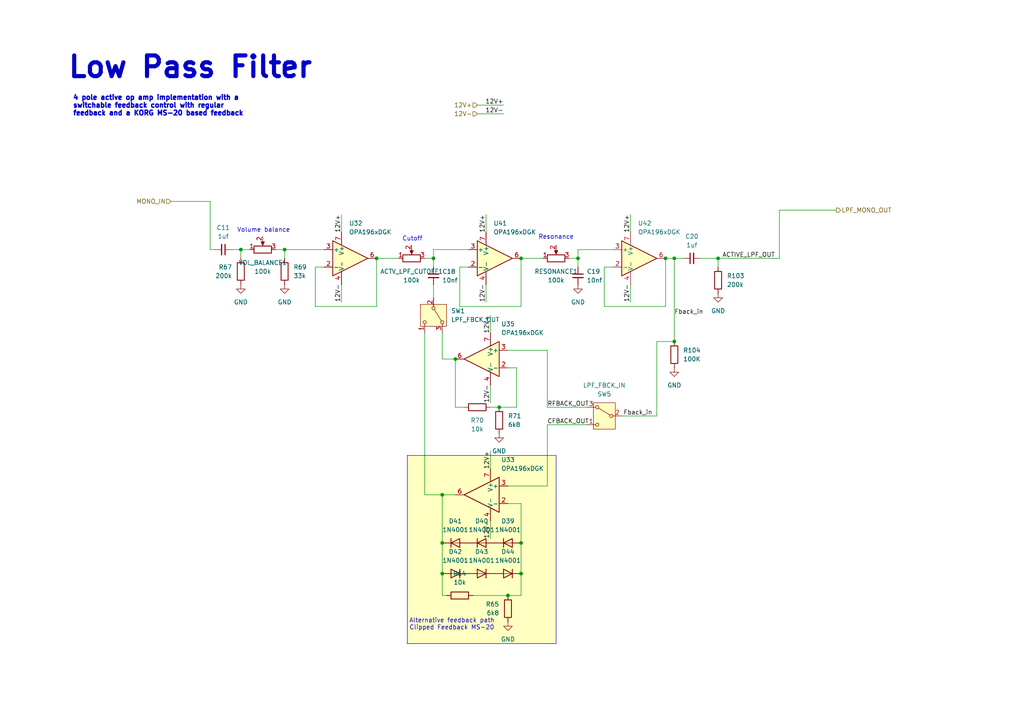
<source format=kicad_sch>
(kicad_sch (version 20250114) (generator "eeschema") (generator_version "9.0")
  (paper "A4")
  (title_block (date "2025-07-21") (rev "2"))
  (lib_symbols
    (symbol "Amplifier_Operational:OPA196xDGK" (pin_names (offset 0.127))
      (property "Reference" "U" (at 0 5.08 0))
      (property "Value" "OPA196xDGK" (at 0 -5.08 0))
      (symbol "OPA196xDGK_0_1"
        (polyline (pts (xy -5.08 5.08) (xy 5.08 0) (xy -5.08 -5.08) (xy -5.08 5.08)) (stroke (width 0.254)) (fill (type background)))
        (pin power_in line (at -2.54 7.62 270) (length 3.81) (name "V+") (number "7"))
        (pin power_in line (at -2.54 -7.62 90) (length 3.81) (name "V-") (number "4"))
        (pin no_connect line (at 0 2.54 270) (length 2.54) (hide yes) (name "NC") (number "5"))
        (pin no_connect line (at 0 -2.54 90) (length 2.54) (hide yes) (name "NC") (number "8"))
        (pin no_connect line (at 2.54 0 270) (length 2.54) (hide yes) (name "NC") (number "1"))
      )
      (symbol "OPA196xDGK_1_1"
        (pin input line (at -7.62 2.54 0) (length 2.54) (name "+") (number "3"))
        (pin input line (at -7.62 -2.54 0) (length 2.54) (name "-") (number "2"))
        (pin output line (at 7.62 0 180) (length 2.54) (name "~") (number "6"))
      )
    )
    (symbol "Device:C_Small" (pin_numbers (hide yes)) (pin_names (offset 0.254) (hide yes))
      (property "Reference" "C" (at 0.254 1.778 0))
      (property "Value" "C_Small" (at 0.254 -2.032 0))
      (symbol "C_Small_0_1"
        (polyline (pts (xy -1.524 0.508) (xy 1.524 0.508)) (stroke (width 0.3048)))
        (polyline (pts (xy -1.524 -0.508) (xy 1.524 -0.508)) (stroke (width 0.3302)))
      )
      (symbol "C_Small_1_1"
        (pin passive line (at 0 2.54 270) (length 2.032) (name "~") (number "1"))
        (pin passive line (at 0 -2.54 90) (length 2.032) (name "~") (number "2"))
      )
    )
    (symbol "Device:R" (pin_numbers (hide yes)) (pin_names (offset 0))
      (property "Reference" "R" (at 2.032 0 90))
      (property "Value" "R" (at 0 0 90))
      (symbol "R_0_1"
        (rectangle (start -1.016 -2.54) (end 1.016 2.54) (stroke (width 0.254)))
      )
      (symbol "R_1_1"
        (pin passive line (at 0 3.81 270) (length 1.27) (name "~") (number "1"))
        (pin passive line (at 0 -3.81 90) (length 1.27) (name "~") (number "2"))
      )
    )
    (symbol "Device:R_Potentiometer" (pin_names (offset 1.016) (hide yes))
      (property "Reference" "RV" (at -4.445 0 90))
      (property "Value" "R_Potentiometer" (at -2.54 0 90))
      (symbol "R_Potentiometer_0_1"
        (rectangle (start 1.016 2.54) (end -1.016 -2.54) (stroke (width 0.254)))
        (polyline (pts (xy 1.143 0) (xy 2.286 0.508) (xy 2.286 -0.508) (xy 1.143 0)) (fill (type outline)))
        (polyline (pts (xy 2.54 0) (xy 1.524 0)))
      )
      (symbol "R_Potentiometer_1_1"
        (pin passive line (at 0 3.81 270) (length 1.27) (name "1") (number "1"))
        (pin passive line (at 0 -3.81 90) (length 1.27) (name "3") (number "3"))
        (pin passive line (at 3.81 0 180) (length 1.27) (name "2") (number "2"))
      )
    )
    (symbol "Diode:1N4001" (pin_numbers (hide yes)) (pin_names (hide yes))
      (property "Reference" "D" (at 0 2.54 0))
      (property "Value" "1N4001" (at 0 -2.54 0))
      (symbol "1N4001_0_1"
        (polyline (pts (xy -1.27 1.27) (xy -1.27 -1.27)) (stroke (width 0.254)))
        (polyline (pts (xy 1.27 1.27) (xy 1.27 -1.27) (xy -1.27 0) (xy 1.27 1.27)) (stroke (width 0.254)))
        (polyline (pts (xy 1.27 0) (xy -1.27 0)))
      )
      (symbol "1N4001_1_1"
        (pin passive line (at -3.81 0 0) (length 2.54) (name "K") (number "1"))
        (pin passive line (at 3.81 0 180) (length 2.54) (name "A") (number "2"))
      )
    )
    (symbol "Switch:SW_Nidec_CAS-120A1" (pin_names (offset 1) (hide yes))
      (property "Reference" "SW" (at 0 4.318 0))
      (property "Value" "SW_Nidec_CAS-120A1" (at 0 -5.08 0))
      (symbol "SW_Nidec_CAS-120A1_0_1"
        (circle (center -2.032 0) (radius 0.4572))
        (polyline (pts (xy -1.651 0.254) (xy 1.651 2.286)))
        (circle (center 2.032 2.54) (radius 0.4572))
        (circle (center 2.032 -2.54) (radius 0.4572))
      )
      (symbol "SW_Nidec_CAS-120A1_1_1"
        (rectangle (start -3.175 3.81) (end 3.175 -3.81) (fill (type background)))
        (pin passive line (at -5.08 0 0) (length 2.54) (name "B") (number "2"))
        (pin passive line (at 5.08 2.54 180) (length 2.54) (name "A") (number "3"))
        (pin passive line (at 5.08 -2.54 180) (length 2.54) (name "C") (number "1"))
      )
    )
    (symbol "power:GND" (power) (pin_numbers (hide yes)) (pin_names (offset 0) (hide yes))
      (property "Value" "GND" (at 0 -3.81 0))
      (symbol "GND_0_1"
        (polyline (pts (xy 0 0) (xy 0 -1.27) (xy 1.27 -1.27) (xy 0 -2.54) (xy -1.27 -1.27) (xy 0 -1.27)))
      )
      (symbol "GND_1_1"
        (pin power_in line (at 0 0 270) (length 0) (name "~") (number "1"))
      )
    )
  )
  (rectangle (start 118.11 132.08) (end 161.29 186.69) (fill (type color) (color 255 255 194 1)))
  (text "Cutoff" (at 119.634 69.342 0) (effects (font (size 1.27 1.27))))
  (text "Resonance" (at 161.29 68.834 0) (effects (font (size 1.27 1.27))))
  (text "Volume balance" (at 76.454 66.802 0) (effects (font (size 1.27 1.27))))
  (text "Low Pass Filter" (at 19.304 23.114 0) (effects (font (size 5.9944 5.9944) (thickness 1.1989) (bold yes)) (justify left bottom)))
  (text "4 pole active op amp implementation with a\nswitchable feedback control with regular\nfeedback and a KORG MS-20 based feedback" (at 21.082 33.782 0) (effects (font (size 1.397 1.397) (thickness 1.1989) (bold yes)) (justify left bottom)))
  (text "Alternative feedback path\nClipped Feedback MS-20" (at 131.064 181.102 0) (effects (font (size 1.27 1.27))))
  (junction (at 167.64 74.93))
  (junction (at 195.58 74.93))
  (junction (at 147.32 172.72))
  (junction (at 208.28 74.93))
  (junction (at 69.85 72.39))
  (junction (at 125.73 74.93))
  (junction (at 195.58 99.06))
  (junction (at 144.78 118.11))
  (junction (at 151.13 157.48))
  (junction (at 82.55 72.39))
  (junction (at 109.22 74.93))
  (junction (at 151.13 74.93))
  (junction (at 128.27 157.48))
  (junction (at 128.27 143.51))
  (junction (at 128.27 166.37))
  (junction (at 151.13 166.37))
  (junction (at 132.08 104.14))
  (junction (at 193.04 74.93))
  (wire (pts (xy 133.35 88.9) (xy 151.13 88.9)))
  (wire (pts (xy 144.78 118.11) (xy 142.24 118.11)))
  (wire (pts (xy 170.18 118.11) (xy 158.75 118.11)))
  (wire (pts (xy 146.05 30.48) (xy 138.43 30.48)))
  (wire (pts (xy 123.19 143.51) (xy 128.27 143.51)))
  (wire (pts (xy 177.8 72.39) (xy 167.64 72.39)))
  (wire (pts (xy 151.13 172.72) (xy 147.32 172.72)))
  (wire (pts (xy 175.26 77.47) (xy 175.26 88.9)))
  (wire (pts (xy 142.24 91.44) (xy 142.24 96.52)))
  (wire (pts (xy 151.13 146.05) (xy 151.13 157.48)))
  (wire (pts (xy 99.06 87.63) (xy 99.06 82.55)))
  (wire (pts (xy 128.27 143.51) (xy 128.27 157.48)))
  (wire (pts (xy 82.55 72.39) (xy 82.55 74.93)))
  (wire (pts (xy 129.54 172.72) (xy 128.27 172.72)))
  (wire (pts (xy 128.27 143.51) (xy 132.08 143.51)))
  (wire (pts (xy 128.27 172.72) (xy 128.27 166.37)))
  (wire (pts (xy 142.24 116.84) (xy 142.24 111.76)))
  (wire (pts (xy 128.27 104.14) (xy 132.08 104.14)))
  (wire (pts (xy 82.55 72.39) (xy 93.98 72.39)))
  (wire (pts (xy 60.96 58.42) (xy 60.96 72.39)))
  (wire (pts (xy 69.85 72.39) (xy 72.39 72.39)))
  (wire (pts (xy 93.98 77.47) (xy 91.44 77.47)))
  (wire (pts (xy 158.75 123.19) (xy 158.75 140.97)))
  (wire (pts (xy 151.13 88.9) (xy 151.13 74.93)))
  (wire (pts (xy 193.04 88.9) (xy 193.04 74.93)))
  (wire (pts (xy 147.32 172.72) (xy 137.16 172.72)))
  (wire (pts (xy 91.44 77.47) (xy 91.44 88.9)))
  (wire (pts (xy 226.06 60.96) (xy 242.57 60.96)))
  (wire (pts (xy 142.24 156.21) (xy 142.24 151.13)))
  (wire (pts (xy 125.73 77.47) (xy 125.73 74.93)))
  (wire (pts (xy 151.13 74.93) (xy 157.48 74.93)))
  (wire (pts (xy 69.85 74.93) (xy 69.85 72.39)))
  (wire (pts (xy 140.97 87.63) (xy 140.97 82.55)))
  (wire (pts (xy 151.13 157.48) (xy 151.13 166.37)))
  (wire (pts (xy 109.22 88.9) (xy 109.22 74.93)))
  (wire (pts (xy 167.64 77.47) (xy 167.64 74.93)))
  (wire (pts (xy 49.53 58.42) (xy 60.96 58.42)))
  (wire (pts (xy 149.86 106.68) (xy 147.32 106.68)))
  (wire (pts (xy 135.89 72.39) (xy 125.73 72.39)))
  (wire (pts (xy 158.75 101.6) (xy 158.75 118.11)))
  (wire (pts (xy 140.97 62.23) (xy 140.97 67.31)))
  (wire (pts (xy 208.28 77.47) (xy 208.28 74.93)))
  (wire (pts (xy 144.78 118.11) (xy 149.86 118.11)))
  (wire (pts (xy 170.18 123.19) (xy 158.75 123.19)))
  (wire (pts (xy 195.58 74.93) (xy 198.12 74.93)))
  (wire (pts (xy 190.5 120.65) (xy 190.5 99.06)))
  (wire (pts (xy 132.08 118.11) (xy 132.08 104.14)))
  (wire (pts (xy 142.24 130.81) (xy 142.24 135.89)))
  (wire (pts (xy 165.1 74.93) (xy 167.64 74.93)))
  (wire (pts (xy 69.85 72.39) (xy 67.31 72.39)))
  (wire (pts (xy 190.5 99.06) (xy 195.58 99.06)))
  (wire (pts (xy 158.75 101.6) (xy 147.32 101.6)))
  (wire (pts (xy 175.26 88.9) (xy 193.04 88.9)))
  (wire (pts (xy 208.28 74.93) (xy 226.06 74.93)))
  (wire (pts (xy 158.75 140.97) (xy 147.32 140.97)))
  (wire (pts (xy 109.22 74.93) (xy 115.57 74.93)))
  (wire (pts (xy 193.04 74.93) (xy 195.58 74.93)))
  (wire (pts (xy 135.89 77.47) (xy 133.35 77.47)))
  (wire (pts (xy 80.01 72.39) (xy 82.55 72.39)))
  (wire (pts (xy 133.35 77.47) (xy 133.35 88.9)))
  (wire (pts (xy 147.32 146.05) (xy 151.13 146.05)))
  (wire (pts (xy 91.44 88.9) (xy 109.22 88.9)))
  (wire (pts (xy 182.88 62.23) (xy 182.88 67.31)))
  (wire (pts (xy 128.27 96.52) (xy 128.27 104.14)))
  (wire (pts (xy 167.64 72.39) (xy 167.64 74.93)))
  (wire (pts (xy 134.62 118.11) (xy 132.08 118.11)))
  (wire (pts (xy 177.8 77.47) (xy 175.26 77.47)))
  (wire (pts (xy 99.06 62.23) (xy 99.06 67.31)))
  (wire (pts (xy 125.73 72.39) (xy 125.73 74.93)))
  (wire (pts (xy 195.58 74.93) (xy 195.58 99.06)))
  (wire (pts (xy 226.06 74.93) (xy 226.06 60.96)))
  (wire (pts (xy 125.73 82.55) (xy 125.73 86.36)))
  (wire (pts (xy 62.23 72.39) (xy 60.96 72.39)))
  (wire (pts (xy 151.13 166.37) (xy 151.13 172.72)))
  (wire (pts (xy 123.19 74.93) (xy 125.73 74.93)))
  (wire (pts (xy 128.27 157.48) (xy 128.27 166.37)))
  (wire (pts (xy 208.28 74.93) (xy 203.2 74.93)))
  (wire (pts (xy 182.88 87.63) (xy 182.88 82.55)))
  (wire (pts (xy 123.19 96.52) (xy 123.19 143.51)))
  (wire (pts (xy 146.05 33.02) (xy 138.43 33.02)))
  (wire (pts (xy 180.34 120.65) (xy 190.5 120.65)))
  (wire (pts (xy 149.86 106.68) (xy 149.86 118.11)))
  (label "Fback_in" (at 189.23 120.65 180))
  (label "RFBACK_OUT" (at 158.75 118.11 0))
  (label "12V+" (at 142.24 91.44 270))
  (label "Fback_in" (at 195.58 91.44 0))
  (label "12V-" (at 146.05 33.02 180))
  (label "12V+" (at 99.06 62.23 270))
  (label "12V+" (at 140.97 62.23 270))
  (label "12V-" (at 140.97 87.63 90))
  (label "12V-" (at 182.88 87.63 90))
  (label "12V+" (at 146.05 30.48 180))
  (label "CFBACK_OUT" (at 158.75 123.19 0))
  (label "12V-" (at 142.24 116.84 90))
  (label "12V-" (at 142.24 156.21 90))
  (label "12V+" (at 142.24 130.81 270))
  (label "12V+" (at 182.88 62.23 270))
  (label "12V-" (at 99.06 87.63 90))
  (label "ACTIVE_LPF_OUT" (at 224.79 74.93 180))
  (hierarchical_label "12V-" (shape input) (at 138.43 33.02 180))
  (hierarchical_label "LPF_MONO_OUT" (shape output) (at 242.57 60.96 0))
  (hierarchical_label "12V+" (shape input) (at 138.43 30.48 180))
  (hierarchical_label "MONO_IN" (shape input) (at 49.53 58.42 180))
  (symbol (lib_id "power:GND") (at 147.32 180.34 0) (mirror y) (unit 1)
    (property "Reference" "#PWR0153" (effects (hide yes)))
    (property "Value" "GND" (at 147.32 185.42 0))
    (property "Description" "Power symbol creates a global label with name \"GND\" , ground" (effects (hide yes)))
  )
  (symbol (lib_id "Device:R") (at 69.85 78.74 180) (unit 1)
    (property "Reference" "R67" (at 67.31 77.4699 0) (effects (justify left)))
    (property "Value" "200k" (at 67.31 80.0099 0) (effects (justify left)))
    (property "Footprint" "Resistor_SMD:R_0805_2012Metric_Pad1.20x1.40mm_HandSolder" (effects (hide yes)))
    (property "Description" "Resistor" (effects (hide yes)))
    (property "DigiKey_Part_Number" "311-10.0KCRCT-ND" (effects (hide yes)))
    (property "Price" "0.0129" (effects (hide yes)))
  )
  (symbol (lib_id "Device:C_Small") (at 200.66 74.93 90) (mirror x) (unit 1)
    (property "Reference" "C20" (at 200.6664 68.58 90))
    (property "Value" "1uf" (at 200.6664 71.12 90))
    (property "Footprint" "Capacitor_SMD:C_0805_2012Metric" (effects (hide yes)))
    (property "Description" "Unpolarized capacitor, small symbol" (effects (hide yes)))
  )
  (symbol (lib_id "power:GND") (at 167.64 82.55 0) (unit 1)
    (property "Reference" "#PWR0159" (effects (hide yes)))
    (property "Value" "GND" (at 167.64 87.63 0))
    (property "Description" "Power symbol creates a global label with name \"GND\" , ground" (effects (hide yes)))
  )
  (symbol (lib_id "Diode:1N4001") (at 139.7 157.48 0) (mirror x) (unit 1)
    (property "Reference" "D40" (at 139.7 151.13 0))
    (property "Value" "1N4001" (at 139.7 153.67 0))
    (property "Footprint" "Diode_THT:D_DO-41_SOD81_P10.16mm_Horizontal" (effects (hide yes)))
    (property "Datasheet" "http://www.vishay.com/docs/88503/1n4001.pdf" (effects (hide yes)))
    (property "Description" "50V 1A General Purpose Rectifier Diode, DO-41" (effects (hide yes)))
    (property "Sim.Device" "D" (effects (hide yes)))
    (property "Sim.Pins" "1=K 2=A" (effects (hide yes)))
  )
  (symbol (lib_id "Device:C_Small") (at 64.77 72.39 270) (unit 1)
    (property "Reference" "C11" (at 64.7636 66.04 90))
    (property "Value" "1uf" (at 64.7636 68.58 90))
    (property "Footprint" "Capacitor_SMD:C_0805_2012Metric" (effects (hide yes)))
    (property "Description" "Unpolarized capacitor, small symbol" (effects (hide yes)))
  )
  (symbol (lib_id "Device:R") (at 144.78 121.92 180) (unit 1)
    (property "Reference" "R71" (at 147.32 120.6499 0) (effects (justify right)))
    (property "Value" "6k8" (at 147.32 123.1899 0) (effects (justify right)))
    (property "Footprint" "Resistor_SMD:R_0805_2012Metric_Pad1.20x1.40mm_HandSolder" (effects (hide yes)))
    (property "Description" "Resistor" (effects (hide yes)))
    (property "DigiKey_Part_Number" "311-10.0KCRCT-ND" (effects (hide yes)))
    (property "Price" "0.0129" (effects (hide yes)))
  )
  (symbol (lib_id "Diode:1N4001") (at 139.7 166.37 0) (mirror y) (unit 1)
    (property "Reference" "D43" (at 139.7 160.02 0))
    (property "Value" "1N4001" (at 139.7 162.56 0))
    (property "Footprint" "Diode_THT:D_DO-41_SOD81_P10.16mm_Horizontal" (effects (hide yes)))
    (property "Datasheet" "http://www.vishay.com/docs/88503/1n4001.pdf" (effects (hide yes)))
    (property "Description" "50V 1A General Purpose Rectifier Diode, DO-41" (effects (hide yes)))
    (property "Sim.Device" "D" (effects (hide yes)))
    (property "Sim.Pins" "1=K 2=A" (effects (hide yes)))
  )
  (symbol (lib_id "Device:C_Small") (at 167.64 80.01 0) (unit 1)
    (property "Reference" "C19" (at 170.18 78.7462 0) (effects (justify left)))
    (property "Value" "10nf" (at 170.18 81.2862 0) (effects (justify left)))
    (property "Footprint" "Capacitor_SMD:C_0805_2012Metric" (effects (hide yes)))
    (property "Description" "Unpolarized capacitor, small symbol" (effects (hide yes)))
  )
  (symbol (lib_id "Amplifier_Operational:OPA196xDGK") (at 143.51 74.93 0) (unit 1)
    (property "Reference" "U41" (at 143.1133 64.77 0) (effects (justify left)))
    (property "Value" "OPA196xDGK" (at 143.1133 67.31 0) (effects (justify left)))
    (property "Footprint" "Package_SO:VSSOP-8_3x3mm_P0.65mm" (effects (hide yes)))
    (property "Datasheet" "http://www.ti.com/lit/ds/symlink/opa4196.pdf" (effects (hide yes)))
    (property "Description" "Single, Low-Power, Low Offset Voltage, Rail-to-Rail Operational Amplifier, VSSOP-8" (effects (hide yes)))
  )
  (symbol (lib_id "Device:R_Potentiometer") (at 76.2 72.39 90) (unit 1)
    (property "Reference" "VOL_BALANCE1" (at 76.2 76.2 90))
    (property "Value" "100k" (at 76.2 78.74 90))
    (property "Footprint" "Potentiometer_THT:Potentiometer_Alps_RK09Y11_Single_Horizontal" (effects (hide yes)))
    (property "Description" "Potentiometer" (effects (hide yes)))
  )
  (symbol (lib_id "power:GND") (at 144.78 125.73 0) (unit 1)
    (property "Reference" "#PWR0160" (effects (hide yes)))
    (property "Value" "GND" (at 144.78 130.81 0))
    (property "Description" "Power symbol creates a global label with name \"GND\" , ground" (effects (hide yes)))
  )
  (symbol (lib_id "Device:R_Potentiometer") (at 119.38 74.93 90) (unit 1)
    (property "Reference" "ACTV_LPF_CUTOFF1" (at 119.38 78.74 90))
    (property "Value" "100k" (at 119.38 81.28 90))
    (property "Footprint" "Potentiometer_THT:Potentiometer_Alps_RK09Y11_Single_Horizontal" (effects (hide yes)))
    (property "Description" "Potentiometer" (effects (hide yes)))
  )
  (symbol (lib_id "power:GND") (at 82.55 82.55 0) (unit 1)
    (property "Reference" "#PWR0157" (effects (hide yes)))
    (property "Value" "GND" (at 82.55 87.63 0))
    (property "Description" "Power symbol creates a global label with name \"GND\" , ground" (effects (hide yes)))
  )
  (symbol (lib_id "Amplifier_Operational:OPA196xDGK") (at 139.7 143.51 0) (mirror y) (unit 1)
    (property "Reference" "U33" (at 145.3581 133.35 0) (effects (justify right)))
    (property "Value" "OPA196xDGK" (at 145.3581 135.89 0) (effects (justify right)))
    (property "Footprint" "Package_SO:VSSOP-8_3x3mm_P0.65mm" (effects (hide yes)))
    (property "Datasheet" "http://www.ti.com/lit/ds/symlink/opa4196.pdf" (effects (hide yes)))
    (property "Description" "Single, Low-Power, Low Offset Voltage, Rail-to-Rail Operational Amplifier, VSSOP-8" (effects (hide yes)))
  )
  (symbol (lib_id "Amplifier_Operational:OPA196xDGK") (at 101.6 74.93 0) (unit 1)
    (property "Reference" "U32" (at 101.2033 64.77 0) (effects (justify left)))
    (property "Value" "OPA196xDGK" (at 101.2033 67.31 0) (effects (justify left)))
    (property "Footprint" "Package_SO:VSSOP-8_3x3mm_P0.65mm" (effects (hide yes)))
    (property "Datasheet" "http://www.ti.com/lit/ds/symlink/opa4196.pdf" (effects (hide yes)))
    (property "Description" "Single, Low-Power, Low Offset Voltage, Rail-to-Rail Operational Amplifier, VSSOP-8" (effects (hide yes)))
  )
  (symbol (lib_id "Device:R") (at 82.55 78.74 180) (unit 1)
    (property "Reference" "R69" (at 85.09 77.4699 0) (effects (justify right)))
    (property "Value" "33k" (at 85.09 80.0099 0) (effects (justify right)))
    (property "Footprint" "Resistor_SMD:R_0805_2012Metric_Pad1.20x1.40mm_HandSolder" (effects (hide yes)))
    (property "Description" "Resistor" (effects (hide yes)))
    (property "DigiKey_Part_Number" "311-10.0KCRCT-ND" (effects (hide yes)))
    (property "Price" "0.0129" (effects (hide yes)))
  )
  (symbol (lib_id "Diode:1N4001") (at 132.08 166.37 0) (mirror y) (unit 1)
    (property "Reference" "D42" (at 132.08 160.02 0))
    (property "Value" "1N4001" (at 132.08 162.56 0))
    (property "Footprint" "Diode_THT:D_DO-41_SOD81_P10.16mm_Horizontal" (effects (hide yes)))
    (property "Datasheet" "http://www.vishay.com/docs/88503/1n4001.pdf" (effects (hide yes)))
    (property "Description" "50V 1A General Purpose Rectifier Diode, DO-41" (effects (hide yes)))
    (property "Sim.Device" "D" (effects (hide yes)))
    (property "Sim.Pins" "1=K 2=A" (effects (hide yes)))
  )
  (symbol (lib_id "Device:R") (at 195.58 102.87 180) (unit 1)
    (property "Reference" "R104" (at 198.12 101.5999 0) (effects (justify right)))
    (property "Value" "100K" (at 198.12 104.1399 0) (effects (justify right)))
    (property "Footprint" "Resistor_SMD:R_0805_2012Metric_Pad1.20x1.40mm_HandSolder" (effects (hide yes)))
    (property "Description" "Resistor" (effects (hide yes)))
    (property "DigiKey_Part_Number" "311-10.0KCRCT-ND" (effects (hide yes)))
    (property "Price" "0.0129" (effects (hide yes)))
  )
  (symbol (lib_id "Amplifier_Operational:OPA196xDGK") (at 185.42 74.93 0) (unit 1)
    (property "Reference" "U42" (at 185.0233 64.77 0) (effects (justify left)))
    (property "Value" "OPA196xDGK" (at 185.0233 67.31 0) (effects (justify left)))
    (property "Footprint" "Package_SO:VSSOP-8_3x3mm_P0.65mm" (effects (hide yes)))
    (property "Datasheet" "http://www.ti.com/lit/ds/symlink/opa4196.pdf" (effects (hide yes)))
    (property "Description" "Single, Low-Power, Low Offset Voltage, Rail-to-Rail Operational Amplifier, VSSOP-8" (effects (hide yes)))
  )
  (symbol (lib_id "Switch:SW_Nidec_CAS-120A1") (at 125.73 91.44 270) (unit 1)
    (property "Reference" "SW1" (at 130.81 90.1699 90) (effects (justify left)))
    (property "Value" "LPF_FBCK_OUT" (at 130.81 92.7099 90) (effects (justify left)))
    (property "Footprint" "Button_Switch_SMD:Nidec_Copal_CAS-120A" (effects (hide yes)))
    (property "Datasheet" "https://www.nidec-components.com/e/catalog/switch/cas.pdf" (effects (hide yes)))
    (property "Description" "Switch, single pole double throw" (effects (hide yes)))
  )
  (symbol (lib_id "Diode:1N4001") (at 132.08 157.48 0) (mirror x) (unit 1)
    (property "Reference" "D41" (at 132.08 151.13 0))
    (property "Value" "1N4001" (at 132.08 153.67 0))
    (property "Footprint" "Diode_THT:D_DO-41_SOD81_P10.16mm_Horizontal" (effects (hide yes)))
    (property "Datasheet" "http://www.vishay.com/docs/88503/1n4001.pdf" (effects (hide yes)))
    (property "Description" "50V 1A General Purpose Rectifier Diode, DO-41" (effects (hide yes)))
    (property "Sim.Device" "D" (effects (hide yes)))
    (property "Sim.Pins" "1=K 2=A" (effects (hide yes)))
  )
  (symbol (lib_id "power:GND") (at 69.85 82.55 0) (unit 1)
    (property "Reference" "#PWR0156" (effects (hide yes)))
    (property "Value" "GND" (at 69.85 87.63 0))
    (property "Description" "Power symbol creates a global label with name \"GND\" , ground" (effects (hide yes)))
  )
  (symbol (lib_id "Device:R") (at 133.35 172.72 270) (mirror x) (unit 1)
    (property "Reference" "R64" (at 133.35 166.37 90))
    (property "Value" "10k" (at 133.35 168.91 90))
    (property "Footprint" "Resistor_SMD:R_0805_2012Metric_Pad1.20x1.40mm_HandSolder" (effects (hide yes)))
    (property "Description" "Resistor" (effects (hide yes)))
    (property "DigiKey_Part_Number" "311-10.0KCRCT-ND" (effects (hide yes)))
    (property "Price" "0.0129" (effects (hide yes)))
  )
  (symbol (lib_id "Diode:1N4001") (at 147.32 166.37 0) (mirror y) (unit 1)
    (property "Reference" "D44" (at 147.32 160.02 0))
    (property "Value" "1N4001" (at 147.32 162.56 0))
    (property "Footprint" "Diode_THT:D_DO-41_SOD81_P10.16mm_Horizontal" (effects (hide yes)))
    (property "Datasheet" "http://www.vishay.com/docs/88503/1n4001.pdf" (effects (hide yes)))
    (property "Description" "50V 1A General Purpose Rectifier Diode, DO-41" (effects (hide yes)))
    (property "Sim.Device" "D" (effects (hide yes)))
    (property "Sim.Pins" "1=K 2=A" (effects (hide yes)))
  )
  (symbol (lib_id "Device:R") (at 138.43 118.11 90) (unit 1)
    (property "Reference" "R70" (at 138.43 121.92 90))
    (property "Value" "10k" (at 138.43 124.46 90))
    (property "Footprint" "Resistor_SMD:R_0805_2012Metric_Pad1.20x1.40mm_HandSolder" (effects (hide yes)))
    (property "Description" "Resistor" (effects (hide yes)))
    (property "DigiKey_Part_Number" "311-10.0KCRCT-ND" (effects (hide yes)))
    (property "Price" "0.0129" (effects (hide yes)))
  )
  (symbol (lib_id "Switch:SW_Nidec_CAS-120A1") (at 175.26 120.65 0) (mirror y) (unit 1)
    (property "Reference" "SW5" (at 175.26 114.3 0))
    (property "Value" "LPF_FBCK_IN" (at 175.26 111.76 0))
    (property "Footprint" "Button_Switch_SMD:Nidec_Copal_CAS-120A" (effects (hide yes)))
    (property "Datasheet" "https://www.nidec-components.com/e/catalog/switch/cas.pdf" (effects (hide yes)))
    (property "Description" "Switch, single pole double throw" (effects (hide yes)))
  )
  (symbol (lib_id "power:GND") (at 195.58 106.68 0) (unit 1)
    (property "Reference" "#PWR0162" (effects (hide yes)))
    (property "Value" "GND" (at 195.58 111.76 0))
    (property "Description" "Power symbol creates a global label with name \"GND\" , ground" (effects (hide yes)))
  )
  (symbol (lib_id "Device:R") (at 208.28 81.28 180) (unit 1)
    (property "Reference" "R103" (at 210.82 80.0099 0) (effects (justify right)))
    (property "Value" "200k" (at 210.82 82.5499 0) (effects (justify right)))
    (property "Footprint" "Resistor_SMD:R_0805_2012Metric_Pad1.20x1.40mm_HandSolder" (effects (hide yes)))
    (property "Description" "Resistor" (effects (hide yes)))
    (property "DigiKey_Part_Number" "311-10.0KCRCT-ND" (effects (hide yes)))
    (property "Price" "0.0129" (effects (hide yes)))
  )
  (symbol (lib_id "Device:C_Small") (at 125.73 80.01 0) (unit 1)
    (property "Reference" "C18" (at 128.27 78.7462 0) (effects (justify left)))
    (property "Value" "10nf" (at 128.27 81.2862 0) (effects (justify left)))
    (property "Footprint" "Capacitor_SMD:C_0805_2012Metric" (effects (hide yes)))
    (property "Description" "Unpolarized capacitor, small symbol" (effects (hide yes)))
  )
  (symbol (lib_id "power:GND") (at 208.28 85.09 0) (unit 1)
    (property "Reference" "#PWR0161" (effects (hide yes)))
    (property "Value" "GND" (at 208.28 90.17 0))
    (property "Description" "Power symbol creates a global label with name \"GND\" , ground" (effects (hide yes)))
  )
  (symbol (lib_id "Device:R_Potentiometer") (at 161.29 74.93 90) (unit 1)
    (property "Reference" "RESONANCE1" (at 161.29 78.74 90))
    (property "Value" "100k" (at 161.29 81.28 90))
    (property "Footprint" "Potentiometer_THT:Potentiometer_Alps_RK09Y11_Single_Horizontal" (effects (hide yes)))
    (property "Description" "Potentiometer" (effects (hide yes)))
  )
  (symbol (lib_id "Diode:1N4001") (at 147.32 157.48 0) (mirror x) (unit 1)
    (property "Reference" "D39" (at 147.32 151.13 0))
    (property "Value" "1N4001" (at 147.32 153.67 0))
    (property "Footprint" "Diode_THT:D_DO-41_SOD81_P10.16mm_Horizontal" (effects (hide yes)))
    (property "Datasheet" "http://www.vishay.com/docs/88503/1n4001.pdf" (effects (hide yes)))
    (property "Description" "50V 1A General Purpose Rectifier Diode, DO-41" (effects (hide yes)))
    (property "Sim.Device" "D" (effects (hide yes)))
    (property "Sim.Pins" "1=K 2=A" (effects (hide yes)))
  )
  (symbol (lib_id "Device:R") (at 147.32 176.53 0) (mirror x) (unit 1)
    (property "Reference" "R65" (at 144.78 175.2599 0) (effects (justify right)))
    (property "Value" "6k8" (at 144.78 177.7999 0) (effects (justify right)))
    (property "Footprint" "Resistor_SMD:R_0805_2012Metric_Pad1.20x1.40mm_HandSolder" (effects (hide yes)))
    (property "Description" "Resistor" (effects (hide yes)))
    (property "DigiKey_Part_Number" "311-10.0KCRCT-ND" (effects (hide yes)))
    (property "Price" "0.0129" (effects (hide yes)))
  )
  (symbol (lib_id "Amplifier_Operational:OPA196xDGK") (at 139.7 104.14 0) (mirror y) (unit 1)
    (property "Reference" "U35" (at 145.3581 93.98 0) (effects (justify right)))
    (property "Value" "OPA196xDGK" (at 145.3581 96.52 0) (effects (justify right)))
    (property "Footprint" "Package_SO:VSSOP-8_3x3mm_P0.65mm" (effects (hide yes)))
    (property "Datasheet" "http://www.ti.com/lit/ds/symlink/opa4196.pdf" (effects (hide yes)))
    (property "Description" "Single, Low-Power, Low Offset Voltage, Rail-to-Rail Operational Amplifier, VSSOP-8" (effects (hide yes)))
  )
)
</source>
